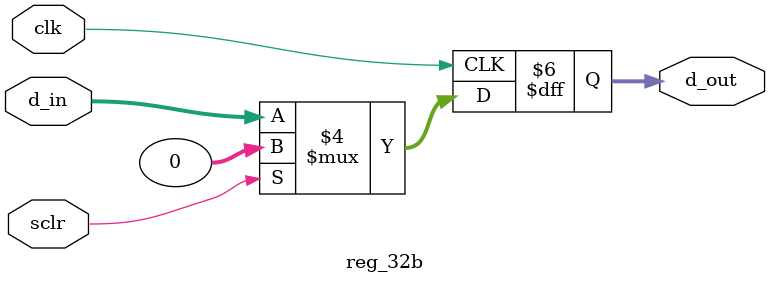
<source format=v>
module reg_32b (d_in, sclr, clk, d_out);
  input [31:0] d_in;
  input sclr, clk;
  output [31:0] d_out;
  reg [31:0] d_out;
  
  always @(posedge clk)
  begin
    if (sclr==1'b1)
      d_out = 32'd0;
    else
      d_out = d_in;
  end
  
endmodule

</source>
